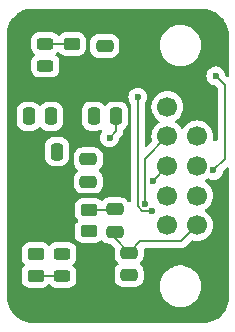
<source format=gbl>
%TF.GenerationSoftware,KiCad,Pcbnew,8.0.5*%
%TF.CreationDate,2024-11-05T15:37:39-06:00*%
%TF.ProjectId,DataAcq-EnvBreakoutPCB,44617461-4163-4712-9d45-6e7642726561,rev?*%
%TF.SameCoordinates,Original*%
%TF.FileFunction,Copper,L2,Bot*%
%TF.FilePolarity,Positive*%
%FSLAX46Y46*%
G04 Gerber Fmt 4.6, Leading zero omitted, Abs format (unit mm)*
G04 Created by KiCad (PCBNEW 8.0.5) date 2024-11-05 15:37:39*
%MOMM*%
%LPD*%
G01*
G04 APERTURE LIST*
G04 Aperture macros list*
%AMRoundRect*
0 Rectangle with rounded corners*
0 $1 Rounding radius*
0 $2 $3 $4 $5 $6 $7 $8 $9 X,Y pos of 4 corners*
0 Add a 4 corners polygon primitive as box body*
4,1,4,$2,$3,$4,$5,$6,$7,$8,$9,$2,$3,0*
0 Add four circle primitives for the rounded corners*
1,1,$1+$1,$2,$3*
1,1,$1+$1,$4,$5*
1,1,$1+$1,$6,$7*
1,1,$1+$1,$8,$9*
0 Add four rect primitives between the rounded corners*
20,1,$1+$1,$2,$3,$4,$5,0*
20,1,$1+$1,$4,$5,$6,$7,0*
20,1,$1+$1,$6,$7,$8,$9,0*
20,1,$1+$1,$8,$9,$2,$3,0*%
G04 Aperture macros list end*
%TA.AperFunction,SMDPad,CuDef*%
%ADD10RoundRect,0.250000X0.475000X-0.250000X0.475000X0.250000X-0.475000X0.250000X-0.475000X-0.250000X0*%
%TD*%
%TA.AperFunction,SMDPad,CuDef*%
%ADD11RoundRect,0.250000X-0.250000X-0.475000X0.250000X-0.475000X0.250000X0.475000X-0.250000X0.475000X0*%
%TD*%
%TA.AperFunction,SMDPad,CuDef*%
%ADD12RoundRect,0.250000X0.450000X-0.262500X0.450000X0.262500X-0.450000X0.262500X-0.450000X-0.262500X0*%
%TD*%
%TA.AperFunction,SMDPad,CuDef*%
%ADD13RoundRect,0.243750X-0.456250X0.243750X-0.456250X-0.243750X0.456250X-0.243750X0.456250X0.243750X0*%
%TD*%
%TA.AperFunction,ComponentPad*%
%ADD14C,1.700000*%
%TD*%
%TA.AperFunction,ComponentPad*%
%ADD15RoundRect,0.250000X0.600000X0.600000X-0.600000X0.600000X-0.600000X-0.600000X0.600000X-0.600000X0*%
%TD*%
%TA.AperFunction,SMDPad,CuDef*%
%ADD16RoundRect,0.250000X0.250000X0.475000X-0.250000X0.475000X-0.250000X-0.475000X0.250000X-0.475000X0*%
%TD*%
%TA.AperFunction,SMDPad,CuDef*%
%ADD17RoundRect,0.250000X-0.475000X0.250000X-0.475000X-0.250000X0.475000X-0.250000X0.475000X0.250000X0*%
%TD*%
%TA.AperFunction,SMDPad,CuDef*%
%ADD18RoundRect,0.250000X-0.450000X0.262500X-0.450000X-0.262500X0.450000X-0.262500X0.450000X0.262500X0*%
%TD*%
%TA.AperFunction,SMDPad,CuDef*%
%ADD19RoundRect,0.243750X0.456250X-0.243750X0.456250X0.243750X-0.456250X0.243750X-0.456250X-0.243750X0*%
%TD*%
%TA.AperFunction,ViaPad*%
%ADD20C,0.600000*%
%TD*%
%TA.AperFunction,Conductor*%
%ADD21C,0.200000*%
%TD*%
G04 APERTURE END LIST*
D10*
%TO.P,C5,1*%
%TO.N,VDDA*%
X122650000Y-52850000D03*
%TO.P,C5,2*%
%TO.N,GNDA*%
X122650000Y-50950000D03*
%TD*%
D11*
%TO.P,C2,1*%
%TO.N,/AFLW_VREG*%
X114150000Y-39415000D03*
%TO.P,C2,2*%
%TO.N,GND*%
X116050000Y-39415000D03*
%TD*%
%TO.P,C1,2*%
%TO.N,GND*%
X116550000Y-42400000D03*
%TO.P,C1,1*%
%TO.N,+3.3V*%
X114650000Y-42400000D03*
%TD*%
D12*
%TO.P,R3,1*%
%TO.N,+3.3V*%
X117800000Y-35132500D03*
%TO.P,R3,2*%
%TO.N,Net-(D2-A)*%
X117800000Y-33307500D03*
%TD*%
D13*
%TO.P,D1,1,K*%
%TO.N,GNDA*%
X117000000Y-51062500D03*
%TO.P,D1,2,A*%
%TO.N,Net-(D1-A)*%
X117000000Y-52937500D03*
%TD*%
D12*
%TO.P,R1,2*%
%TO.N,/PA1(ADC)*%
X119250000Y-47325000D03*
%TO.P,R1,1*%
%TO.N,/TEMP_OUT*%
X119250000Y-49150000D03*
%TD*%
D14*
%TO.P,J4,10,Pin_10*%
%TO.N,VDDA*%
X125900000Y-48625000D03*
%TO.P,J4,9,Pin_9*%
%TO.N,/I2C2_SDA*%
X125900000Y-46125000D03*
%TO.P,J4,8,Pin_8*%
%TO.N,/I2C2_SCL*%
X125900000Y-43625000D03*
%TO.P,J4,7,Pin_7*%
%TO.N,/PA1(ADC)*%
X125900000Y-41125000D03*
%TO.P,J4,6,Pin_6*%
%TO.N,GND*%
X125900000Y-38625000D03*
%TO.P,J4,5,Pin_5*%
%TO.N,GNDA*%
X128400000Y-48625000D03*
%TO.P,J4,4,Pin_4*%
%TO.N,/I2C1_SDA*%
X128400000Y-46125000D03*
%TO.P,J4,3,Pin_3*%
%TO.N,/I2C1_SCL*%
X128400000Y-43625000D03*
%TO.P,J4,2,Pin_2*%
%TO.N,unconnected-(J4-Pin_2-Pad2)*%
X128400000Y-41125000D03*
D15*
%TO.P,J4,1,Pin_1*%
%TO.N,+3.3V*%
X128400000Y-38625000D03*
%TD*%
D10*
%TO.P,C4,1*%
%TO.N,/AFLW_TP1*%
X119200000Y-44950000D03*
%TO.P,C4,2*%
%TO.N,/AFLW_TP2*%
X119200000Y-43050000D03*
%TD*%
D16*
%TO.P,C3,1*%
%TO.N,/AFLW_VCM*%
X121550000Y-39400000D03*
%TO.P,C3,2*%
%TO.N,GND*%
X119650000Y-39400000D03*
%TD*%
D17*
%TO.P,C6,2*%
%TO.N,GNDA*%
X121450000Y-49187500D03*
%TO.P,C6,1*%
%TO.N,/PA1(ADC)*%
X121450000Y-47287500D03*
%TD*%
D10*
%TO.P,C7,2*%
%TO.N,GND*%
X120600000Y-33450000D03*
%TO.P,C7,1*%
%TO.N,+3.3V*%
X120600000Y-35350000D03*
%TD*%
D18*
%TO.P,R2,1*%
%TO.N,VDDA*%
X114750000Y-51087500D03*
%TO.P,R2,2*%
%TO.N,Net-(D1-A)*%
X114750000Y-52912500D03*
%TD*%
D19*
%TO.P,D2,1,K*%
%TO.N,GND*%
X115550000Y-35137500D03*
%TO.P,D2,2,A*%
%TO.N,Net-(D2-A)*%
X115550000Y-33262500D03*
%TD*%
D20*
%TO.N,+3.3V*%
X114600000Y-42505000D03*
%TO.N,/AFLW_VCM*%
X121000000Y-41235000D03*
%TO.N,/PA1(ADC)*%
X121450000Y-47287500D03*
X124000000Y-46800000D03*
%TO.N,/I2C2_SCL*%
X124662500Y-44862500D03*
%TO.N,/I2C1_SDA*%
X124600000Y-47400000D03*
X123400000Y-37800000D03*
%TO.N,/I2C1_SCL*%
X129800000Y-44000000D03*
X130000000Y-36000000D03*
%TO.N,+3.3V*%
X120600000Y-35350000D03*
%TO.N,GND*%
X116550000Y-42400000D03*
X119650000Y-39400000D03*
X120600000Y-33450000D03*
X116050000Y-39415000D03*
X115550000Y-35137500D03*
%TO.N,/AFLW_VREG*%
X114150000Y-39415000D03*
%TO.N,/AFLW_TP1*%
X119200000Y-44950000D03*
%TO.N,/AFLW_TP2*%
X119200000Y-43050000D03*
%TO.N,VDDA*%
X114750000Y-51087500D03*
X122650000Y-52850000D03*
%TO.N,GNDA*%
X117000000Y-51062500D03*
X121450000Y-49187500D03*
%TO.N,/TEMP_OUT*%
X119250000Y-49150000D03*
%TD*%
D21*
%TO.N,Net-(D2-A)*%
X115595000Y-33307500D02*
X115550000Y-33262500D01*
X117800000Y-33307500D02*
X115595000Y-33307500D01*
%TO.N,/I2C1_SCL*%
X130744000Y-36744000D02*
X130744000Y-43056000D01*
X130744000Y-43056000D02*
X129800000Y-44000000D01*
X130000000Y-36000000D02*
X130744000Y-36744000D01*
%TO.N,/AFLW_VCM*%
X121550000Y-40685000D02*
X121000000Y-41235000D01*
X121550000Y-39400000D02*
X121550000Y-40685000D01*
%TO.N,/I2C1_SDA*%
X123751471Y-47400000D02*
X124600000Y-47400000D01*
X123400000Y-47048529D02*
X123751471Y-47400000D01*
X123400000Y-37800000D02*
X123400000Y-47048529D01*
%TO.N,/PA1(ADC)*%
X124000000Y-43025000D02*
X125900000Y-41125000D01*
X124000000Y-46800000D02*
X124000000Y-43025000D01*
%TO.N,/I2C2_SCL*%
X124662500Y-44862500D02*
X125900000Y-43625000D01*
%TO.N,GNDA*%
X127025000Y-50000000D02*
X128400000Y-48625000D01*
X123600000Y-50000000D02*
X127025000Y-50000000D01*
X122650000Y-50950000D02*
X123600000Y-50000000D01*
%TO.N,Net-(D1-A)*%
X114775000Y-52937500D02*
X114750000Y-52912500D01*
X117000000Y-52937500D02*
X114775000Y-52937500D01*
%TO.N,GND*%
X115595000Y-34887500D02*
X115550000Y-34842500D01*
%TO.N,GNDA*%
X122650000Y-50950000D02*
X121450000Y-49750000D01*
X121450000Y-49750000D02*
X121450000Y-49187500D01*
%TO.N,/PA1(ADC)*%
X121412500Y-47325000D02*
X121450000Y-47287500D01*
X119250000Y-47325000D02*
X121412500Y-47325000D01*
%TD*%
%TA.AperFunction,Conductor*%
%TO.N,+3.3V*%
G36*
X128899818Y-30300894D02*
G01*
X128907936Y-30301543D01*
X129157596Y-30321502D01*
X129172422Y-30323595D01*
X129362959Y-30362350D01*
X129424007Y-30374767D01*
X129438479Y-30378634D01*
X129560004Y-30419113D01*
X129682060Y-30459770D01*
X129695950Y-30465350D01*
X129886892Y-30555808D01*
X129927983Y-30575275D01*
X129941098Y-30582488D01*
X130158187Y-30719594D01*
X130170319Y-30728323D01*
X130369295Y-30890611D01*
X130380303Y-30900757D01*
X130558233Y-31085829D01*
X130567944Y-31097235D01*
X130722261Y-31302418D01*
X130730526Y-31314912D01*
X130858980Y-31537214D01*
X130865677Y-31550614D01*
X130966380Y-31786768D01*
X130971413Y-31800877D01*
X131042906Y-32047460D01*
X131046201Y-32062074D01*
X131087436Y-32315473D01*
X131088945Y-32330377D01*
X131099399Y-32588795D01*
X131099500Y-32593807D01*
X131099500Y-32596173D01*
X131099475Y-32598653D01*
X131098577Y-32643526D01*
X131099500Y-32656967D01*
X131099500Y-35950903D01*
X131079815Y-36017942D01*
X131027011Y-36063697D01*
X130957853Y-36073641D01*
X130894297Y-36044616D01*
X130887819Y-36038584D01*
X130830700Y-35981465D01*
X130797215Y-35920142D01*
X130795163Y-35907686D01*
X130785368Y-35820745D01*
X130725789Y-35650478D01*
X130629816Y-35497738D01*
X130502262Y-35370184D01*
X130349523Y-35274211D01*
X130179254Y-35214631D01*
X130179249Y-35214630D01*
X130000004Y-35194435D01*
X129999996Y-35194435D01*
X129820750Y-35214630D01*
X129820745Y-35214631D01*
X129650476Y-35274211D01*
X129497737Y-35370184D01*
X129370184Y-35497737D01*
X129274211Y-35650476D01*
X129214631Y-35820745D01*
X129214630Y-35820750D01*
X129194435Y-35999996D01*
X129194435Y-36000003D01*
X129214630Y-36179249D01*
X129214631Y-36179254D01*
X129274211Y-36349523D01*
X129370184Y-36502262D01*
X129497738Y-36629816D01*
X129650478Y-36725789D01*
X129820745Y-36785368D01*
X129907669Y-36795161D01*
X129972080Y-36822226D01*
X129981465Y-36830700D01*
X130107181Y-36956416D01*
X130140666Y-37017739D01*
X130143500Y-37044097D01*
X130143500Y-41381946D01*
X130123815Y-41448985D01*
X130071011Y-41494740D01*
X130001853Y-41504684D01*
X129995309Y-41503563D01*
X129836229Y-41471920D01*
X129774318Y-41439535D01*
X129739744Y-41378820D01*
X129736892Y-41339499D01*
X129755659Y-41125000D01*
X129735063Y-40889592D01*
X129673903Y-40661337D01*
X129574035Y-40447171D01*
X129561936Y-40429891D01*
X129438494Y-40253597D01*
X129271402Y-40086506D01*
X129271395Y-40086501D01*
X129077834Y-39950967D01*
X129077830Y-39950965D01*
X129054318Y-39940001D01*
X128863663Y-39851097D01*
X128863659Y-39851096D01*
X128863655Y-39851094D01*
X128635413Y-39789938D01*
X128635403Y-39789936D01*
X128400001Y-39769341D01*
X128399999Y-39769341D01*
X128164596Y-39789936D01*
X128164586Y-39789938D01*
X127936344Y-39851094D01*
X127936335Y-39851098D01*
X127722171Y-39950964D01*
X127722169Y-39950965D01*
X127528597Y-40086505D01*
X127361505Y-40253597D01*
X127251575Y-40410595D01*
X127196998Y-40454220D01*
X127127500Y-40461414D01*
X127065145Y-40429891D01*
X127048425Y-40410595D01*
X126938494Y-40253597D01*
X126771402Y-40086506D01*
X126771396Y-40086501D01*
X126614405Y-39976575D01*
X126570780Y-39921998D01*
X126563586Y-39852500D01*
X126595109Y-39790145D01*
X126614405Y-39773425D01*
X126643635Y-39752957D01*
X126771401Y-39663495D01*
X126938495Y-39496401D01*
X127074035Y-39302830D01*
X127173903Y-39088663D01*
X127235063Y-38860408D01*
X127255659Y-38625000D01*
X127253967Y-38605666D01*
X127242216Y-38471346D01*
X127235063Y-38389592D01*
X127173903Y-38161337D01*
X127074035Y-37947171D01*
X126970988Y-37800003D01*
X126938494Y-37753597D01*
X126771402Y-37586506D01*
X126771395Y-37586501D01*
X126577834Y-37450967D01*
X126577830Y-37450965D01*
X126576781Y-37450476D01*
X126363663Y-37351097D01*
X126363659Y-37351096D01*
X126363655Y-37351094D01*
X126135413Y-37289938D01*
X126135403Y-37289936D01*
X125900001Y-37269341D01*
X125899999Y-37269341D01*
X125664596Y-37289936D01*
X125664586Y-37289938D01*
X125436344Y-37351094D01*
X125436335Y-37351098D01*
X125222171Y-37450964D01*
X125222169Y-37450965D01*
X125028597Y-37586505D01*
X124861505Y-37753597D01*
X124725965Y-37947169D01*
X124725964Y-37947171D01*
X124626098Y-38161335D01*
X124626094Y-38161344D01*
X124564938Y-38389586D01*
X124564936Y-38389596D01*
X124544341Y-38624999D01*
X124544341Y-38625000D01*
X124564936Y-38860403D01*
X124564938Y-38860413D01*
X124626094Y-39088655D01*
X124626096Y-39088659D01*
X124626097Y-39088663D01*
X124725965Y-39302830D01*
X124725967Y-39302834D01*
X124861501Y-39496395D01*
X124861506Y-39496402D01*
X125028597Y-39663493D01*
X125028603Y-39663498D01*
X125185595Y-39773425D01*
X125229220Y-39828002D01*
X125236414Y-39897500D01*
X125204891Y-39959855D01*
X125185595Y-39976575D01*
X125028597Y-40086505D01*
X124861505Y-40253597D01*
X124725965Y-40447169D01*
X124725964Y-40447171D01*
X124626098Y-40661335D01*
X124626094Y-40661344D01*
X124564938Y-40889586D01*
X124564936Y-40889596D01*
X124544341Y-41124999D01*
X124544341Y-41125000D01*
X124564936Y-41360403D01*
X124564938Y-41360413D01*
X124599327Y-41488756D01*
X124597664Y-41558606D01*
X124567233Y-41608530D01*
X124212181Y-41963583D01*
X124150858Y-41997068D01*
X124081167Y-41992084D01*
X124025233Y-41950213D01*
X124000816Y-41884748D01*
X124000500Y-41875902D01*
X124000500Y-38382412D01*
X124020185Y-38315373D01*
X124027555Y-38305097D01*
X124029810Y-38302267D01*
X124029816Y-38302262D01*
X124125789Y-38149522D01*
X124185368Y-37979255D01*
X124188983Y-37947171D01*
X124205565Y-37800003D01*
X124205565Y-37799996D01*
X124185369Y-37620750D01*
X124185368Y-37620745D01*
X124173387Y-37586505D01*
X124125789Y-37450478D01*
X124029816Y-37297738D01*
X123902262Y-37170184D01*
X123749523Y-37074211D01*
X123579254Y-37014631D01*
X123579249Y-37014630D01*
X123400004Y-36994435D01*
X123399996Y-36994435D01*
X123220750Y-37014630D01*
X123220745Y-37014631D01*
X123050476Y-37074211D01*
X122897737Y-37170184D01*
X122770184Y-37297737D01*
X122674211Y-37450476D01*
X122614631Y-37620745D01*
X122614630Y-37620750D01*
X122594435Y-37799996D01*
X122594435Y-37800003D01*
X122614630Y-37979249D01*
X122614631Y-37979254D01*
X122674211Y-38149523D01*
X122770185Y-38302263D01*
X122772445Y-38305097D01*
X122773334Y-38307275D01*
X122773889Y-38308158D01*
X122773734Y-38308255D01*
X122798855Y-38369783D01*
X122799500Y-38382412D01*
X122799500Y-46588457D01*
X122779815Y-46655496D01*
X122727011Y-46701251D01*
X122657853Y-46711195D01*
X122594297Y-46682170D01*
X122569961Y-46653554D01*
X122517712Y-46568844D01*
X122393656Y-46444788D01*
X122256862Y-46360413D01*
X122244336Y-46352687D01*
X122244331Y-46352685D01*
X122242862Y-46352198D01*
X122077797Y-46297501D01*
X122077795Y-46297500D01*
X121975010Y-46287000D01*
X120924998Y-46287000D01*
X120924980Y-46287001D01*
X120822203Y-46297500D01*
X120822200Y-46297501D01*
X120655668Y-46352685D01*
X120655663Y-46352687D01*
X120506342Y-46444789D01*
X120412681Y-46538451D01*
X120351358Y-46571936D01*
X120281666Y-46566952D01*
X120237319Y-46538451D01*
X120168657Y-46469789D01*
X120168656Y-46469788D01*
X120019334Y-46377686D01*
X119852797Y-46322501D01*
X119852795Y-46322500D01*
X119750010Y-46312000D01*
X118749998Y-46312000D01*
X118749980Y-46312001D01*
X118647203Y-46322500D01*
X118647200Y-46322501D01*
X118480668Y-46377685D01*
X118480663Y-46377687D01*
X118331342Y-46469789D01*
X118207289Y-46593842D01*
X118115187Y-46743163D01*
X118115186Y-46743166D01*
X118060001Y-46909703D01*
X118060001Y-46909704D01*
X118060000Y-46909704D01*
X118049500Y-47012483D01*
X118049500Y-47637501D01*
X118049501Y-47637519D01*
X118060000Y-47740296D01*
X118060001Y-47740299D01*
X118115185Y-47906831D01*
X118115187Y-47906836D01*
X118140065Y-47947169D01*
X118191041Y-48029816D01*
X118207289Y-48056157D01*
X118300951Y-48149819D01*
X118334436Y-48211142D01*
X118329452Y-48280834D01*
X118300951Y-48325181D01*
X118207289Y-48418842D01*
X118115187Y-48568163D01*
X118115185Y-48568168D01*
X118098617Y-48618168D01*
X118060001Y-48734703D01*
X118060001Y-48734704D01*
X118060000Y-48734704D01*
X118049500Y-48837483D01*
X118049500Y-49462501D01*
X118049501Y-49462519D01*
X118060000Y-49565296D01*
X118060001Y-49565299D01*
X118115185Y-49731831D01*
X118115186Y-49731834D01*
X118207288Y-49881156D01*
X118331344Y-50005212D01*
X118480666Y-50097314D01*
X118647203Y-50152499D01*
X118749991Y-50163000D01*
X119750008Y-50162999D01*
X119750016Y-50162998D01*
X119750019Y-50162998D01*
X119806302Y-50157248D01*
X119852797Y-50152499D01*
X120019334Y-50097314D01*
X120168656Y-50005212D01*
X120237319Y-49936549D01*
X120298642Y-49903064D01*
X120368334Y-49908048D01*
X120412681Y-49936549D01*
X120506344Y-50030212D01*
X120655666Y-50122314D01*
X120822203Y-50177499D01*
X120924991Y-50188000D01*
X120987400Y-50187999D01*
X121054439Y-50207683D01*
X121075082Y-50224318D01*
X121088349Y-50237585D01*
X121088355Y-50237590D01*
X121389902Y-50539137D01*
X121423387Y-50600460D01*
X121425580Y-50639414D01*
X121424500Y-50649986D01*
X121424500Y-51250001D01*
X121424501Y-51250019D01*
X121435000Y-51352796D01*
X121435001Y-51352799D01*
X121484706Y-51502796D01*
X121490186Y-51519334D01*
X121577209Y-51660422D01*
X121582289Y-51668657D01*
X121706346Y-51792714D01*
X121709182Y-51794463D01*
X121710717Y-51796170D01*
X121712011Y-51797193D01*
X121711836Y-51797414D01*
X121755905Y-51846411D01*
X121767126Y-51915374D01*
X121739282Y-51979456D01*
X121709182Y-52005537D01*
X121706346Y-52007285D01*
X121582289Y-52131342D01*
X121490187Y-52280663D01*
X121490185Y-52280668D01*
X121473617Y-52330668D01*
X121435001Y-52447203D01*
X121435001Y-52447204D01*
X121435000Y-52447204D01*
X121424500Y-52549983D01*
X121424500Y-53150001D01*
X121424501Y-53150019D01*
X121435000Y-53252796D01*
X121435001Y-53252799D01*
X121459854Y-53327799D01*
X121490186Y-53419334D01*
X121582288Y-53568656D01*
X121706344Y-53692712D01*
X121855666Y-53784814D01*
X122022203Y-53839999D01*
X122124991Y-53850500D01*
X123175008Y-53850499D01*
X123175016Y-53850498D01*
X123175019Y-53850498D01*
X123231302Y-53844748D01*
X123277797Y-53839999D01*
X123444334Y-53784814D01*
X123593656Y-53692712D01*
X123601364Y-53685004D01*
X125245500Y-53685004D01*
X125245500Y-53914996D01*
X125245500Y-53915002D01*
X125245501Y-53915005D01*
X125275518Y-54143009D01*
X125275519Y-54143014D01*
X125275520Y-54143020D01*
X125275521Y-54143022D01*
X125335046Y-54365175D01*
X125335049Y-54365185D01*
X125423057Y-54577654D01*
X125423061Y-54577664D01*
X125538055Y-54776839D01*
X125678064Y-54959303D01*
X125678070Y-54959310D01*
X125840689Y-55121929D01*
X125840696Y-55121935D01*
X126023160Y-55261944D01*
X126222335Y-55376938D01*
X126222336Y-55376938D01*
X126222339Y-55376940D01*
X126434824Y-55464954D01*
X126656980Y-55524480D01*
X126885004Y-55554500D01*
X126885011Y-55554500D01*
X127114989Y-55554500D01*
X127114996Y-55554500D01*
X127343020Y-55524480D01*
X127565176Y-55464954D01*
X127777661Y-55376940D01*
X127976840Y-55261944D01*
X128159305Y-55121934D01*
X128321934Y-54959305D01*
X128461944Y-54776840D01*
X128576940Y-54577661D01*
X128664954Y-54365176D01*
X128724480Y-54143020D01*
X128754500Y-53914996D01*
X128754500Y-53685004D01*
X128724480Y-53456980D01*
X128664954Y-53234824D01*
X128576940Y-53022339D01*
X128461944Y-52823160D01*
X128321935Y-52640696D01*
X128321929Y-52640689D01*
X128159310Y-52478070D01*
X128159303Y-52478064D01*
X127976839Y-52338055D01*
X127777664Y-52223061D01*
X127777654Y-52223057D01*
X127565185Y-52135049D01*
X127565178Y-52135047D01*
X127565176Y-52135046D01*
X127343020Y-52075520D01*
X127343014Y-52075519D01*
X127343009Y-52075518D01*
X127115005Y-52045501D01*
X127115002Y-52045500D01*
X127114996Y-52045500D01*
X126885004Y-52045500D01*
X126884998Y-52045500D01*
X126884994Y-52045501D01*
X126656990Y-52075518D01*
X126656983Y-52075519D01*
X126656980Y-52075520D01*
X126448648Y-52131342D01*
X126434824Y-52135046D01*
X126434814Y-52135049D01*
X126222345Y-52223057D01*
X126222335Y-52223061D01*
X126023160Y-52338055D01*
X125840696Y-52478064D01*
X125840689Y-52478070D01*
X125678070Y-52640689D01*
X125678064Y-52640696D01*
X125538055Y-52823160D01*
X125423061Y-53022335D01*
X125423057Y-53022345D01*
X125335049Y-53234814D01*
X125335046Y-53234824D01*
X125310135Y-53327796D01*
X125275521Y-53456977D01*
X125275518Y-53456990D01*
X125245501Y-53684994D01*
X125245500Y-53685004D01*
X123601364Y-53685004D01*
X123717712Y-53568656D01*
X123809814Y-53419334D01*
X123864999Y-53252797D01*
X123875500Y-53150009D01*
X123875499Y-52549992D01*
X123874705Y-52542223D01*
X123864999Y-52447203D01*
X123864998Y-52447200D01*
X123809814Y-52280666D01*
X123717712Y-52131344D01*
X123593656Y-52007288D01*
X123590819Y-52005538D01*
X123589283Y-52003830D01*
X123587989Y-52002807D01*
X123588163Y-52002585D01*
X123544096Y-51953594D01*
X123532872Y-51884632D01*
X123560713Y-51820549D01*
X123590817Y-51794462D01*
X123593656Y-51792712D01*
X123717712Y-51668656D01*
X123809814Y-51519334D01*
X123864999Y-51352797D01*
X123875500Y-51250009D01*
X123875499Y-50724499D01*
X123895183Y-50657461D01*
X123947987Y-50611706D01*
X123999499Y-50600500D01*
X126938331Y-50600500D01*
X126938347Y-50600501D01*
X126945943Y-50600501D01*
X127104054Y-50600501D01*
X127104057Y-50600501D01*
X127256785Y-50559577D01*
X127350161Y-50505666D01*
X127393716Y-50480520D01*
X127505520Y-50368716D01*
X127505520Y-50368714D01*
X127515724Y-50358511D01*
X127515728Y-50358506D01*
X127916470Y-49957763D01*
X127977791Y-49924280D01*
X128036238Y-49925670D01*
X128164592Y-49960063D01*
X128352918Y-49976539D01*
X128399999Y-49980659D01*
X128400000Y-49980659D01*
X128400001Y-49980659D01*
X128439234Y-49977226D01*
X128635408Y-49960063D01*
X128863663Y-49898903D01*
X129077830Y-49799035D01*
X129271401Y-49663495D01*
X129438495Y-49496401D01*
X129574035Y-49302830D01*
X129673903Y-49088663D01*
X129735063Y-48860408D01*
X129755659Y-48625000D01*
X129735063Y-48389592D01*
X129680342Y-48185367D01*
X129673905Y-48161344D01*
X129673904Y-48161343D01*
X129673903Y-48161337D01*
X129574035Y-47947171D01*
X129561936Y-47929891D01*
X129438494Y-47753597D01*
X129271402Y-47586506D01*
X129271396Y-47586501D01*
X129114405Y-47476575D01*
X129070780Y-47421998D01*
X129063586Y-47352500D01*
X129095109Y-47290145D01*
X129114405Y-47273425D01*
X129143635Y-47252957D01*
X129271401Y-47163495D01*
X129438495Y-46996401D01*
X129574035Y-46802830D01*
X129673903Y-46588663D01*
X129735063Y-46360408D01*
X129755659Y-46125000D01*
X129735063Y-45889592D01*
X129673903Y-45661337D01*
X129574035Y-45447171D01*
X129561936Y-45429891D01*
X129438494Y-45253597D01*
X129271402Y-45086506D01*
X129271401Y-45086505D01*
X129114405Y-44976575D01*
X129114404Y-44976574D01*
X129070779Y-44921997D01*
X129063587Y-44852498D01*
X129095109Y-44790144D01*
X129114399Y-44773428D01*
X129241794Y-44684225D01*
X129308000Y-44661899D01*
X129375767Y-44678909D01*
X129378889Y-44680807D01*
X129402803Y-44695833D01*
X129450478Y-44725789D01*
X129450481Y-44725790D01*
X129620737Y-44785366D01*
X129620743Y-44785367D01*
X129620745Y-44785368D01*
X129620746Y-44785368D01*
X129620750Y-44785369D01*
X129799996Y-44805565D01*
X129800000Y-44805565D01*
X129800004Y-44805565D01*
X129979249Y-44785369D01*
X129979252Y-44785368D01*
X129979255Y-44785368D01*
X130149522Y-44725789D01*
X130302262Y-44629816D01*
X130429816Y-44502262D01*
X130525789Y-44349522D01*
X130585368Y-44179255D01*
X130595161Y-44092329D01*
X130622226Y-44027918D01*
X130630690Y-44018543D01*
X130887820Y-43761414D01*
X130949142Y-43727930D01*
X131018834Y-43732914D01*
X131074767Y-43774786D01*
X131099184Y-43840250D01*
X131099500Y-43849096D01*
X131099500Y-54793889D01*
X131099212Y-54802333D01*
X131082345Y-55049438D01*
X131080368Y-55064585D01*
X131033885Y-55304449D01*
X131030061Y-55319238D01*
X130954437Y-55551570D01*
X130948824Y-55565775D01*
X130845208Y-55787050D01*
X130837890Y-55800460D01*
X130707851Y-56007317D01*
X130698940Y-56019723D01*
X130544463Y-56209012D01*
X130534095Y-56220229D01*
X130357505Y-56389100D01*
X130345835Y-56398957D01*
X130149837Y-56544822D01*
X130137045Y-56553170D01*
X129924582Y-56673840D01*
X129910860Y-56680551D01*
X129685189Y-56774176D01*
X129670747Y-56779150D01*
X129435266Y-56844321D01*
X129420320Y-56847481D01*
X129178611Y-56883204D01*
X129163392Y-56884502D01*
X128913863Y-56890359D01*
X128906223Y-56890303D01*
X128863911Y-56888687D01*
X128854550Y-56889805D01*
X128840010Y-56890679D01*
X114543043Y-56908381D01*
X114534223Y-56908078D01*
X114277986Y-56890126D01*
X114263368Y-56888223D01*
X114013733Y-56840500D01*
X113999445Y-56836877D01*
X113757223Y-56759864D01*
X113743467Y-56754571D01*
X113512101Y-56649363D01*
X113499068Y-56642474D01*
X113281821Y-56510553D01*
X113269699Y-56502167D01*
X113069639Y-56345399D01*
X113058598Y-56335634D01*
X113038855Y-56315962D01*
X112878555Y-56156234D01*
X112868750Y-56145227D01*
X112711267Y-55945730D01*
X112702838Y-55933638D01*
X112570143Y-55716866D01*
X112563208Y-55703859D01*
X112457174Y-55472873D01*
X112451831Y-55459136D01*
X112373946Y-55217173D01*
X112370278Y-55202923D01*
X112321658Y-54953436D01*
X112319706Y-54938851D01*
X112300835Y-54682650D01*
X112300500Y-54673541D01*
X112300500Y-50774983D01*
X113549500Y-50774983D01*
X113549500Y-51400001D01*
X113549501Y-51400019D01*
X113560000Y-51502796D01*
X113560001Y-51502799D01*
X113599810Y-51622933D01*
X113615186Y-51669334D01*
X113692363Y-51794459D01*
X113707289Y-51818657D01*
X113800951Y-51912319D01*
X113834436Y-51973642D01*
X113829452Y-52043334D01*
X113800951Y-52087681D01*
X113707289Y-52181342D01*
X113615187Y-52330663D01*
X113615185Y-52330668D01*
X113599807Y-52377077D01*
X113560001Y-52497203D01*
X113560001Y-52497204D01*
X113560000Y-52497204D01*
X113549500Y-52599983D01*
X113549500Y-53225001D01*
X113549501Y-53225019D01*
X113560000Y-53327796D01*
X113560001Y-53327799D01*
X113590332Y-53419331D01*
X113615186Y-53494334D01*
X113707288Y-53643656D01*
X113831344Y-53767712D01*
X113980666Y-53859814D01*
X114147203Y-53914999D01*
X114249991Y-53925500D01*
X115250008Y-53925499D01*
X115250016Y-53925498D01*
X115250019Y-53925498D01*
X115306302Y-53919748D01*
X115352797Y-53914999D01*
X115519334Y-53859814D01*
X115668656Y-53767712D01*
X115785491Y-53650876D01*
X115846810Y-53617394D01*
X115916502Y-53622378D01*
X115960850Y-53650879D01*
X116078996Y-53769025D01*
X116079000Y-53769028D01*
X116227066Y-53860357D01*
X116227069Y-53860358D01*
X116227075Y-53860362D01*
X116392225Y-53915087D01*
X116494152Y-53925500D01*
X116494157Y-53925500D01*
X117505843Y-53925500D01*
X117505848Y-53925500D01*
X117607775Y-53915087D01*
X117772925Y-53860362D01*
X117921003Y-53769026D01*
X118044026Y-53646003D01*
X118135362Y-53497925D01*
X118190087Y-53332775D01*
X118200500Y-53230848D01*
X118200500Y-52644152D01*
X118190087Y-52542225D01*
X118135362Y-52377075D01*
X118135358Y-52377069D01*
X118135357Y-52377066D01*
X118044028Y-52229000D01*
X118044025Y-52228996D01*
X117921004Y-52105975D01*
X117921003Y-52105974D01*
X117920301Y-52105541D01*
X117919921Y-52105118D01*
X117915336Y-52101493D01*
X117915955Y-52100709D01*
X117873575Y-52053598D01*
X117862349Y-51984636D01*
X117890188Y-51920552D01*
X117915455Y-51898657D01*
X117915336Y-51898507D01*
X117918687Y-51895856D01*
X117920299Y-51894459D01*
X117921003Y-51894026D01*
X118044026Y-51771003D01*
X118135362Y-51622925D01*
X118190087Y-51457775D01*
X118200500Y-51355848D01*
X118200500Y-50769152D01*
X118190087Y-50667225D01*
X118135362Y-50502075D01*
X118135358Y-50502069D01*
X118135357Y-50502066D01*
X118044028Y-50354000D01*
X118044025Y-50353996D01*
X117921003Y-50230974D01*
X117920999Y-50230971D01*
X117772933Y-50139642D01*
X117772927Y-50139639D01*
X117772925Y-50139638D01*
X117772922Y-50139637D01*
X117607776Y-50084913D01*
X117505855Y-50074500D01*
X117505848Y-50074500D01*
X116494152Y-50074500D01*
X116494144Y-50074500D01*
X116392223Y-50084913D01*
X116227077Y-50139637D01*
X116227066Y-50139642D01*
X116079000Y-50230971D01*
X115960850Y-50349121D01*
X115899527Y-50382605D01*
X115829835Y-50377621D01*
X115785488Y-50349120D01*
X115668657Y-50232289D01*
X115668656Y-50232288D01*
X115519334Y-50140186D01*
X115352797Y-50085001D01*
X115352795Y-50085000D01*
X115250010Y-50074500D01*
X114249998Y-50074500D01*
X114249980Y-50074501D01*
X114147203Y-50085000D01*
X114147200Y-50085001D01*
X113980668Y-50140185D01*
X113980663Y-50140187D01*
X113831342Y-50232289D01*
X113707289Y-50356342D01*
X113615187Y-50505663D01*
X113615186Y-50505665D01*
X113615186Y-50505666D01*
X113560001Y-50672203D01*
X113560001Y-50672204D01*
X113560000Y-50672204D01*
X113549500Y-50774983D01*
X112300500Y-50774983D01*
X112300500Y-41874983D01*
X115549500Y-41874983D01*
X115549500Y-42925001D01*
X115549501Y-42925019D01*
X115560000Y-43027796D01*
X115560001Y-43027799D01*
X115587266Y-43110077D01*
X115615186Y-43194334D01*
X115707288Y-43343656D01*
X115831344Y-43467712D01*
X115980666Y-43559814D01*
X116147203Y-43614999D01*
X116249991Y-43625500D01*
X116850008Y-43625499D01*
X116850016Y-43625498D01*
X116850019Y-43625498D01*
X116910389Y-43619331D01*
X116952797Y-43614999D01*
X117119334Y-43559814D01*
X117268656Y-43467712D01*
X117392712Y-43343656D01*
X117484814Y-43194334D01*
X117539999Y-43027797D01*
X117550500Y-42925009D01*
X117550500Y-42749983D01*
X117974500Y-42749983D01*
X117974500Y-43350001D01*
X117974501Y-43350019D01*
X117985000Y-43452796D01*
X117985001Y-43452799D01*
X118040185Y-43619331D01*
X118040187Y-43619336D01*
X118043989Y-43625500D01*
X118110242Y-43732914D01*
X118132289Y-43768657D01*
X118256346Y-43892714D01*
X118259182Y-43894463D01*
X118260717Y-43896170D01*
X118262011Y-43897193D01*
X118261836Y-43897414D01*
X118305905Y-43946411D01*
X118317126Y-44015374D01*
X118289282Y-44079456D01*
X118259182Y-44105537D01*
X118256346Y-44107285D01*
X118132289Y-44231342D01*
X118040187Y-44380663D01*
X118040186Y-44380666D01*
X117985001Y-44547203D01*
X117985001Y-44547204D01*
X117985000Y-44547204D01*
X117974500Y-44649983D01*
X117974500Y-45250001D01*
X117974501Y-45250019D01*
X117985000Y-45352796D01*
X117985001Y-45352799D01*
X118018609Y-45454220D01*
X118040186Y-45519334D01*
X118132288Y-45668656D01*
X118256344Y-45792712D01*
X118405666Y-45884814D01*
X118572203Y-45939999D01*
X118674991Y-45950500D01*
X119725008Y-45950499D01*
X119725016Y-45950498D01*
X119725019Y-45950498D01*
X119781302Y-45944748D01*
X119827797Y-45939999D01*
X119994334Y-45884814D01*
X120143656Y-45792712D01*
X120267712Y-45668656D01*
X120359814Y-45519334D01*
X120414999Y-45352797D01*
X120425500Y-45250009D01*
X120425499Y-44649992D01*
X120423727Y-44632649D01*
X120414999Y-44547203D01*
X120414998Y-44547200D01*
X120398163Y-44496396D01*
X120359814Y-44380666D01*
X120267712Y-44231344D01*
X120143656Y-44107288D01*
X120140819Y-44105538D01*
X120139283Y-44103830D01*
X120137989Y-44102807D01*
X120138163Y-44102585D01*
X120094096Y-44053594D01*
X120082872Y-43984632D01*
X120110713Y-43920549D01*
X120140817Y-43894462D01*
X120143656Y-43892712D01*
X120267712Y-43768656D01*
X120359814Y-43619334D01*
X120414999Y-43452797D01*
X120425500Y-43350009D01*
X120425499Y-42749992D01*
X120414999Y-42647203D01*
X120359814Y-42480666D01*
X120267712Y-42331344D01*
X120143656Y-42207288D01*
X119994334Y-42115186D01*
X119827797Y-42060001D01*
X119827795Y-42060000D01*
X119725010Y-42049500D01*
X118674998Y-42049500D01*
X118674980Y-42049501D01*
X118572203Y-42060000D01*
X118572200Y-42060001D01*
X118405668Y-42115185D01*
X118405663Y-42115187D01*
X118256342Y-42207289D01*
X118132289Y-42331342D01*
X118040187Y-42480663D01*
X118040186Y-42480666D01*
X117985001Y-42647203D01*
X117985001Y-42647204D01*
X117985000Y-42647204D01*
X117974500Y-42749983D01*
X117550500Y-42749983D01*
X117550499Y-41874992D01*
X117549459Y-41864815D01*
X117539999Y-41772203D01*
X117539998Y-41772200D01*
X117528421Y-41737262D01*
X117484814Y-41605666D01*
X117392712Y-41456344D01*
X117268656Y-41332288D01*
X117119334Y-41240186D01*
X116952797Y-41185001D01*
X116952795Y-41185000D01*
X116850010Y-41174500D01*
X116249998Y-41174500D01*
X116249980Y-41174501D01*
X116147203Y-41185000D01*
X116147200Y-41185001D01*
X115980668Y-41240185D01*
X115980663Y-41240187D01*
X115831342Y-41332289D01*
X115707289Y-41456342D01*
X115615187Y-41605663D01*
X115615186Y-41605666D01*
X115560001Y-41772203D01*
X115560001Y-41772204D01*
X115560000Y-41772204D01*
X115549500Y-41874983D01*
X112300500Y-41874983D01*
X112300500Y-38889983D01*
X113149500Y-38889983D01*
X113149500Y-39940001D01*
X113149501Y-39940019D01*
X113160000Y-40042796D01*
X113160001Y-40042799D01*
X113195029Y-40148505D01*
X113215186Y-40209334D01*
X113307288Y-40358656D01*
X113431344Y-40482712D01*
X113580666Y-40574814D01*
X113747203Y-40629999D01*
X113849991Y-40640500D01*
X114450008Y-40640499D01*
X114450016Y-40640498D01*
X114450019Y-40640498D01*
X114506302Y-40634748D01*
X114552797Y-40629999D01*
X114719334Y-40574814D01*
X114868656Y-40482712D01*
X114992712Y-40358656D01*
X114994461Y-40355819D01*
X114996169Y-40354283D01*
X114997193Y-40352989D01*
X114997414Y-40353163D01*
X115046406Y-40309096D01*
X115115368Y-40297872D01*
X115179451Y-40325713D01*
X115205537Y-40355817D01*
X115207288Y-40358656D01*
X115331344Y-40482712D01*
X115480666Y-40574814D01*
X115647203Y-40629999D01*
X115749991Y-40640500D01*
X116350008Y-40640499D01*
X116350016Y-40640498D01*
X116350019Y-40640498D01*
X116406302Y-40634748D01*
X116452797Y-40629999D01*
X116619334Y-40574814D01*
X116768656Y-40482712D01*
X116892712Y-40358656D01*
X116984814Y-40209334D01*
X117039999Y-40042797D01*
X117050500Y-39940009D01*
X117050499Y-38889992D01*
X117048967Y-38874998D01*
X117048965Y-38874983D01*
X118649500Y-38874983D01*
X118649500Y-39925001D01*
X118649501Y-39925019D01*
X118660000Y-40027796D01*
X118660001Y-40027799D01*
X118679455Y-40086505D01*
X118715186Y-40194334D01*
X118807288Y-40343656D01*
X118931344Y-40467712D01*
X119080666Y-40559814D01*
X119247203Y-40614999D01*
X119349991Y-40625500D01*
X119950008Y-40625499D01*
X119950016Y-40625498D01*
X119950019Y-40625498D01*
X120006302Y-40619748D01*
X120052797Y-40614999D01*
X120219334Y-40559814D01*
X120219339Y-40559810D01*
X120219453Y-40559773D01*
X120289281Y-40557371D01*
X120349324Y-40593102D01*
X120380517Y-40655622D01*
X120372957Y-40725082D01*
X120363452Y-40743451D01*
X120274211Y-40885476D01*
X120214631Y-41055745D01*
X120214630Y-41055750D01*
X120194435Y-41234996D01*
X120194435Y-41235003D01*
X120214630Y-41414249D01*
X120214631Y-41414254D01*
X120274211Y-41584523D01*
X120370184Y-41737262D01*
X120497738Y-41864816D01*
X120650478Y-41960789D01*
X120820745Y-42020368D01*
X120820750Y-42020369D01*
X120999996Y-42040565D01*
X121000000Y-42040565D01*
X121000004Y-42040565D01*
X121179249Y-42020369D01*
X121179252Y-42020368D01*
X121179255Y-42020368D01*
X121349522Y-41960789D01*
X121502262Y-41864816D01*
X121629816Y-41737262D01*
X121725789Y-41584522D01*
X121785368Y-41414255D01*
X121795161Y-41327329D01*
X121822226Y-41262918D01*
X121830690Y-41253543D01*
X121908506Y-41175728D01*
X121908511Y-41175724D01*
X121918714Y-41165520D01*
X121918716Y-41165520D01*
X122030520Y-41053716D01*
X122109577Y-40916784D01*
X122150500Y-40764057D01*
X122150500Y-40609797D01*
X122170185Y-40542758D01*
X122209403Y-40504258D01*
X122268656Y-40467712D01*
X122392712Y-40343656D01*
X122484814Y-40194334D01*
X122539999Y-40027797D01*
X122550500Y-39925009D01*
X122550499Y-38874992D01*
X122539999Y-38772203D01*
X122484814Y-38605666D01*
X122392712Y-38456344D01*
X122268656Y-38332288D01*
X122143653Y-38255186D01*
X122119336Y-38240187D01*
X122119331Y-38240185D01*
X122117862Y-38239698D01*
X121952797Y-38185001D01*
X121952795Y-38185000D01*
X121850010Y-38174500D01*
X121249998Y-38174500D01*
X121249980Y-38174501D01*
X121147203Y-38185000D01*
X121147200Y-38185001D01*
X120980668Y-38240185D01*
X120980663Y-38240187D01*
X120831342Y-38332289D01*
X120707285Y-38456346D01*
X120705537Y-38459182D01*
X120703829Y-38460717D01*
X120702807Y-38462011D01*
X120702585Y-38461836D01*
X120653589Y-38505905D01*
X120584626Y-38517126D01*
X120520544Y-38489282D01*
X120494463Y-38459182D01*
X120492714Y-38456346D01*
X120368657Y-38332289D01*
X120368656Y-38332288D01*
X120243653Y-38255186D01*
X120219336Y-38240187D01*
X120219331Y-38240185D01*
X120217862Y-38239698D01*
X120052797Y-38185001D01*
X120052795Y-38185000D01*
X119950010Y-38174500D01*
X119349998Y-38174500D01*
X119349980Y-38174501D01*
X119247203Y-38185000D01*
X119247200Y-38185001D01*
X119080668Y-38240185D01*
X119080663Y-38240187D01*
X118931342Y-38332289D01*
X118807289Y-38456342D01*
X118715187Y-38605663D01*
X118715185Y-38605668D01*
X118687349Y-38689670D01*
X118660001Y-38772203D01*
X118660001Y-38772204D01*
X118660000Y-38772204D01*
X118649500Y-38874983D01*
X117048965Y-38874983D01*
X117039999Y-38787203D01*
X117039998Y-38787200D01*
X117035027Y-38772200D01*
X116984814Y-38620666D01*
X116892712Y-38471344D01*
X116768656Y-38347288D01*
X116619334Y-38255186D01*
X116452797Y-38200001D01*
X116452795Y-38200000D01*
X116350010Y-38189500D01*
X115749998Y-38189500D01*
X115749980Y-38189501D01*
X115647203Y-38200000D01*
X115647200Y-38200001D01*
X115480668Y-38255185D01*
X115480663Y-38255187D01*
X115331342Y-38347289D01*
X115207285Y-38471346D01*
X115205537Y-38474182D01*
X115203829Y-38475717D01*
X115202807Y-38477011D01*
X115202585Y-38476836D01*
X115153589Y-38520905D01*
X115084626Y-38532126D01*
X115020544Y-38504282D01*
X114994463Y-38474182D01*
X114992714Y-38471346D01*
X114868657Y-38347289D01*
X114868656Y-38347288D01*
X114719334Y-38255186D01*
X114552797Y-38200001D01*
X114552795Y-38200000D01*
X114450010Y-38189500D01*
X113849998Y-38189500D01*
X113849980Y-38189501D01*
X113747203Y-38200000D01*
X113747200Y-38200001D01*
X113580668Y-38255185D01*
X113580663Y-38255187D01*
X113431342Y-38347289D01*
X113307289Y-38471342D01*
X113215187Y-38620663D01*
X113215185Y-38620668D01*
X113200000Y-38666494D01*
X113160001Y-38787203D01*
X113160001Y-38787204D01*
X113160000Y-38787204D01*
X113149500Y-38889983D01*
X112300500Y-38889983D01*
X112300500Y-32969144D01*
X114349500Y-32969144D01*
X114349500Y-33555855D01*
X114359913Y-33657776D01*
X114414637Y-33822922D01*
X114414642Y-33822933D01*
X114505971Y-33970999D01*
X114505974Y-33971003D01*
X114628996Y-34094025D01*
X114629000Y-34094028D01*
X114629703Y-34094462D01*
X114630083Y-34094885D01*
X114634664Y-34098507D01*
X114634045Y-34099289D01*
X114676428Y-34146410D01*
X114687649Y-34215372D01*
X114659806Y-34279454D01*
X114634544Y-34301342D01*
X114634664Y-34301493D01*
X114631315Y-34304140D01*
X114629703Y-34305538D01*
X114629000Y-34305971D01*
X114628996Y-34305974D01*
X114505974Y-34428996D01*
X114505971Y-34429000D01*
X114414642Y-34577066D01*
X114414637Y-34577077D01*
X114359913Y-34742223D01*
X114349500Y-34844144D01*
X114349500Y-35430855D01*
X114359913Y-35532776D01*
X114414637Y-35697922D01*
X114414642Y-35697933D01*
X114505971Y-35845999D01*
X114505974Y-35846003D01*
X114628996Y-35969025D01*
X114629000Y-35969028D01*
X114777066Y-36060357D01*
X114777069Y-36060358D01*
X114777075Y-36060362D01*
X114942225Y-36115087D01*
X115044152Y-36125500D01*
X115044157Y-36125500D01*
X116055843Y-36125500D01*
X116055848Y-36125500D01*
X116157775Y-36115087D01*
X116322925Y-36060362D01*
X116471003Y-35969026D01*
X116594026Y-35846003D01*
X116685362Y-35697925D01*
X116740087Y-35532775D01*
X116750500Y-35430848D01*
X116750500Y-34844152D01*
X116740087Y-34742225D01*
X116685362Y-34577075D01*
X116685358Y-34577069D01*
X116685357Y-34577066D01*
X116594028Y-34429000D01*
X116594025Y-34428996D01*
X116471004Y-34305975D01*
X116471003Y-34305974D01*
X116470301Y-34305541D01*
X116469921Y-34305118D01*
X116465336Y-34301493D01*
X116465955Y-34300709D01*
X116423575Y-34253598D01*
X116412349Y-34184636D01*
X116440188Y-34120552D01*
X116465455Y-34098657D01*
X116465336Y-34098507D01*
X116468687Y-34095856D01*
X116470299Y-34094459D01*
X116471003Y-34094026D01*
X116558306Y-34006722D01*
X116619625Y-33973240D01*
X116689317Y-33978224D01*
X116745251Y-34020095D01*
X116751522Y-34029308D01*
X116757288Y-34038656D01*
X116881344Y-34162712D01*
X117030666Y-34254814D01*
X117197203Y-34309999D01*
X117299991Y-34320500D01*
X118300008Y-34320499D01*
X118300016Y-34320498D01*
X118300019Y-34320498D01*
X118356302Y-34314748D01*
X118402797Y-34309999D01*
X118569334Y-34254814D01*
X118718656Y-34162712D01*
X118842712Y-34038656D01*
X118934814Y-33889334D01*
X118989999Y-33722797D01*
X119000500Y-33620009D01*
X119000499Y-33149983D01*
X119374500Y-33149983D01*
X119374500Y-33750001D01*
X119374501Y-33750019D01*
X119385000Y-33852796D01*
X119385001Y-33852799D01*
X119424912Y-33973240D01*
X119440186Y-34019334D01*
X119532288Y-34168656D01*
X119656344Y-34292712D01*
X119805666Y-34384814D01*
X119972203Y-34439999D01*
X120074991Y-34450500D01*
X121125008Y-34450499D01*
X121125016Y-34450498D01*
X121125019Y-34450498D01*
X121181302Y-34444748D01*
X121227797Y-34439999D01*
X121394334Y-34384814D01*
X121543656Y-34292712D01*
X121667712Y-34168656D01*
X121759814Y-34019334D01*
X121814999Y-33852797D01*
X121825500Y-33750009D01*
X121825499Y-33285010D01*
X125245500Y-33285010D01*
X125245500Y-33514989D01*
X125245501Y-33515005D01*
X125275518Y-33743009D01*
X125275519Y-33743014D01*
X125275520Y-33743020D01*
X125314725Y-33889336D01*
X125335046Y-33965175D01*
X125335049Y-33965185D01*
X125423057Y-34177654D01*
X125423061Y-34177664D01*
X125538055Y-34376839D01*
X125678064Y-34559303D01*
X125678070Y-34559310D01*
X125840689Y-34721929D01*
X125840696Y-34721935D01*
X126023160Y-34861944D01*
X126222335Y-34976938D01*
X126222336Y-34976938D01*
X126222339Y-34976940D01*
X126434824Y-35064954D01*
X126656980Y-35124480D01*
X126885004Y-35154500D01*
X126885011Y-35154500D01*
X127114989Y-35154500D01*
X127114996Y-35154500D01*
X127343020Y-35124480D01*
X127565176Y-35064954D01*
X127777661Y-34976940D01*
X127976840Y-34861944D01*
X128159305Y-34721934D01*
X128321934Y-34559305D01*
X128461944Y-34376840D01*
X128576940Y-34177661D01*
X128664954Y-33965176D01*
X128724480Y-33743020D01*
X128754500Y-33514996D01*
X128754500Y-33285004D01*
X128724480Y-33056980D01*
X128664954Y-32834824D01*
X128576940Y-32622339D01*
X128568250Y-32607288D01*
X128461944Y-32423160D01*
X128321935Y-32240696D01*
X128321929Y-32240689D01*
X128159310Y-32078070D01*
X128159303Y-32078064D01*
X127976839Y-31938055D01*
X127777664Y-31823061D01*
X127777654Y-31823057D01*
X127565185Y-31735049D01*
X127565178Y-31735047D01*
X127565176Y-31735046D01*
X127343020Y-31675520D01*
X127343014Y-31675519D01*
X127343009Y-31675518D01*
X127115005Y-31645501D01*
X127115002Y-31645500D01*
X127114996Y-31645500D01*
X126885004Y-31645500D01*
X126884998Y-31645500D01*
X126884994Y-31645501D01*
X126656990Y-31675518D01*
X126656983Y-31675519D01*
X126656980Y-31675520D01*
X126434824Y-31735046D01*
X126434814Y-31735049D01*
X126222345Y-31823057D01*
X126222335Y-31823061D01*
X126023160Y-31938055D01*
X125840696Y-32078064D01*
X125840689Y-32078070D01*
X125678070Y-32240689D01*
X125678064Y-32240696D01*
X125538055Y-32423160D01*
X125423061Y-32622335D01*
X125423057Y-32622345D01*
X125335049Y-32834814D01*
X125335046Y-32834824D01*
X125278140Y-33047204D01*
X125275521Y-33056977D01*
X125275518Y-33056990D01*
X125245501Y-33284994D01*
X125245500Y-33285010D01*
X121825499Y-33285010D01*
X121825499Y-33149992D01*
X121814999Y-33047203D01*
X121759814Y-32880666D01*
X121667712Y-32731344D01*
X121543656Y-32607288D01*
X121394334Y-32515186D01*
X121227797Y-32460001D01*
X121227795Y-32460000D01*
X121125010Y-32449500D01*
X120074998Y-32449500D01*
X120074980Y-32449501D01*
X119972203Y-32460000D01*
X119972200Y-32460001D01*
X119805668Y-32515185D01*
X119805663Y-32515187D01*
X119656342Y-32607289D01*
X119532289Y-32731342D01*
X119440187Y-32880663D01*
X119440186Y-32880666D01*
X119385001Y-33047203D01*
X119385001Y-33047204D01*
X119385000Y-33047204D01*
X119374500Y-33149983D01*
X119000499Y-33149983D01*
X119000499Y-32994992D01*
X118997859Y-32969152D01*
X118989999Y-32892203D01*
X118989998Y-32892200D01*
X118970982Y-32834814D01*
X118934814Y-32725666D01*
X118842712Y-32576344D01*
X118718656Y-32452288D01*
X118569334Y-32360186D01*
X118402797Y-32305001D01*
X118402795Y-32305000D01*
X118300010Y-32294500D01*
X117299998Y-32294500D01*
X117299980Y-32294501D01*
X117197203Y-32305000D01*
X117197200Y-32305001D01*
X117030668Y-32360185D01*
X117030663Y-32360187D01*
X116881345Y-32452287D01*
X116774509Y-32559123D01*
X116713186Y-32592607D01*
X116643494Y-32587623D01*
X116601471Y-32556765D01*
X116599133Y-32559104D01*
X116471003Y-32430974D01*
X116470999Y-32430971D01*
X116322933Y-32339642D01*
X116322927Y-32339639D01*
X116322925Y-32339638D01*
X116294594Y-32330250D01*
X116157776Y-32284913D01*
X116055855Y-32274500D01*
X116055848Y-32274500D01*
X115044152Y-32274500D01*
X115044144Y-32274500D01*
X114942223Y-32284913D01*
X114777077Y-32339637D01*
X114777066Y-32339642D01*
X114629000Y-32430971D01*
X114628996Y-32430974D01*
X114505974Y-32553996D01*
X114505971Y-32554000D01*
X114414642Y-32702066D01*
X114414637Y-32702077D01*
X114359913Y-32867223D01*
X114349500Y-32969144D01*
X112300500Y-32969144D01*
X112300500Y-32383325D01*
X112301062Y-32371537D01*
X112308419Y-32294500D01*
X112326136Y-32108972D01*
X112328715Y-32093032D01*
X112387539Y-31836679D01*
X112392160Y-31821234D01*
X112483810Y-31574692D01*
X112490400Y-31559977D01*
X112613321Y-31327436D01*
X112621769Y-31313701D01*
X112773860Y-31099128D01*
X112784037Y-31086590D01*
X112784742Y-31085829D01*
X112962729Y-30893606D01*
X112974441Y-30882505D01*
X113176702Y-30714384D01*
X113189752Y-30704902D01*
X113412165Y-30564489D01*
X113426325Y-30556791D01*
X113665113Y-30446474D01*
X113680152Y-30440683D01*
X113931225Y-30362348D01*
X113946913Y-30358554D01*
X114206046Y-30313517D01*
X114222098Y-30311795D01*
X114467876Y-30301534D01*
X114489984Y-30300611D01*
X114498066Y-30300537D01*
X114540536Y-30301534D01*
X114540537Y-30301533D01*
X114540936Y-30301543D01*
X114556524Y-30300500D01*
X128889936Y-30300500D01*
X128899818Y-30300894D01*
G37*
%TD.AperFunction*%
%TD*%
M02*

</source>
